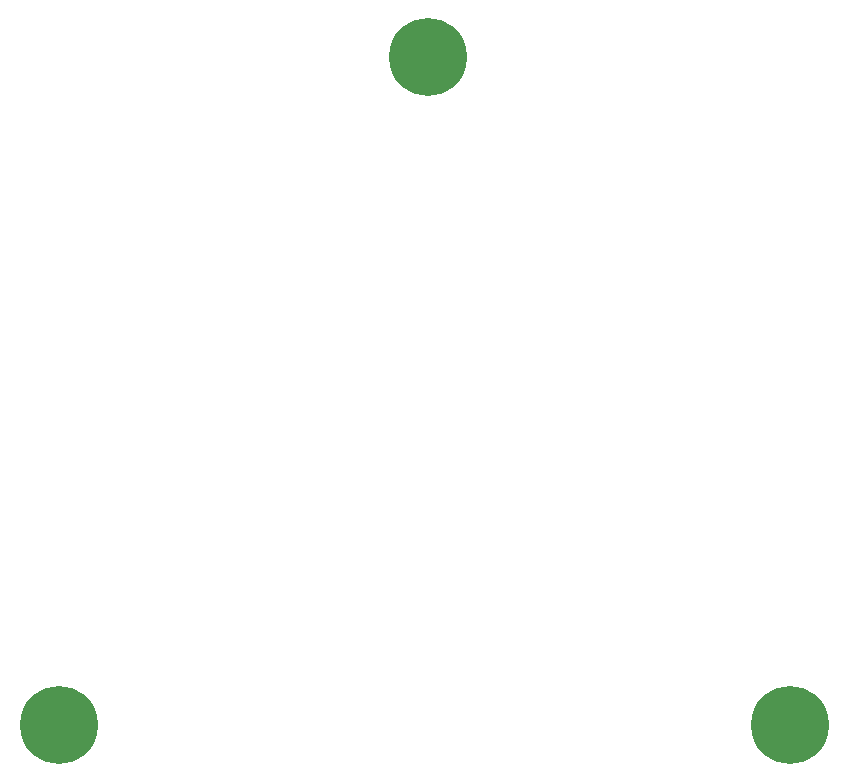
<source format=gbr>
%TF.GenerationSoftware,KiCad,Pcbnew,(6.99.0-1239-g6d82490b59-dirty)*%
%TF.CreationDate,2022-03-26T16:26:21-05:00*%
%TF.ProjectId,Layout,4c61796f-7574-42e6-9b69-6361645f7063,rev?*%
%TF.SameCoordinates,Original*%
%TF.FileFunction,Soldermask,Bot*%
%TF.FilePolarity,Negative*%
%FSLAX46Y46*%
G04 Gerber Fmt 4.6, Leading zero omitted, Abs format (unit mm)*
G04 Created by KiCad (PCBNEW (6.99.0-1239-g6d82490b59-dirty)) date 2022-03-26 16:26:21*
%MOMM*%
%LPD*%
G01*
G04 APERTURE LIST*
%ADD10C,6.600000*%
G04 APERTURE END LIST*
D10*
%TO.C,H3*%
X146500000Y-33900000D03*
%TD*%
%TO.C,H2*%
X115250000Y-90450000D03*
%TD*%
%TO.C,H1*%
X177150000Y-90450000D03*
%TD*%
M02*

</source>
